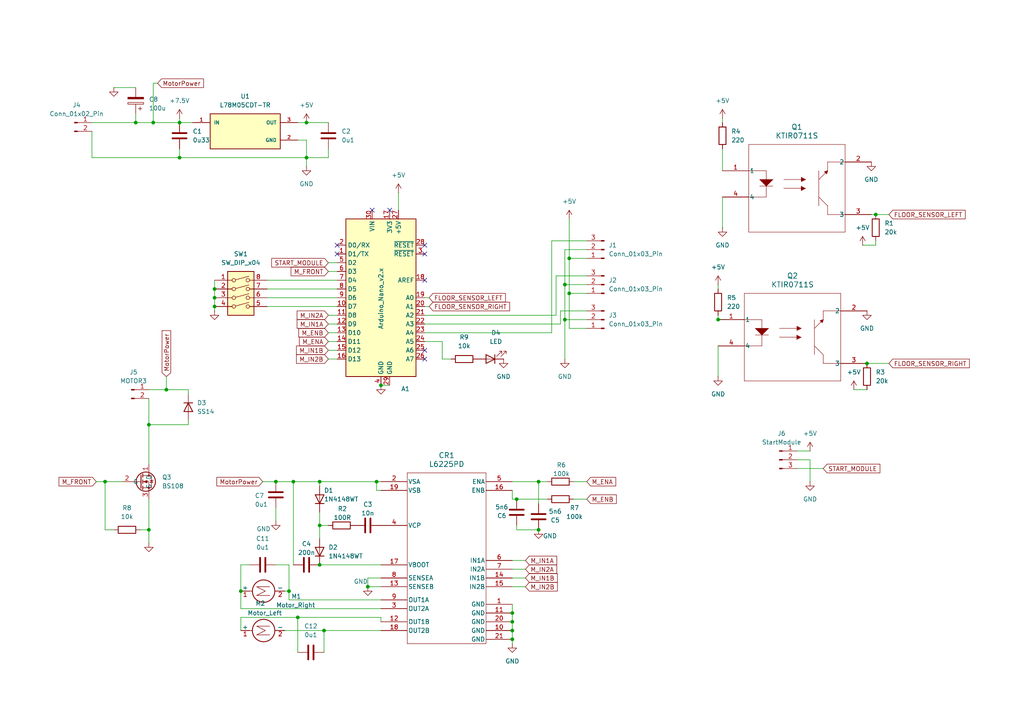
<source format=kicad_sch>
(kicad_sch (version 20231120) (generator "eeschema") (generator_version "8.0")
  (paper "A4")
  (lib_symbols
    (symbol "Connector:Conn_01x02_Pin" (pin_names (offset 1.016) hide)
      (property "Reference" "J" (at 0 2.54 0))
      (property "Value" "Conn_01x02_Pin" (at 0 -5.08 0))
      (symbol "Conn_01x02_Pin_1_1"
        (polyline (pts (xy 1.27 -2.54) (xy 0.8636 -2.54)) (stroke (width 0.1524)))
        (polyline (pts (xy 1.27 0) (xy 0.8636 0)) (stroke (width 0.1524)))
        (rectangle (start 0.8636 -2.413) (end 0 -2.667) (stroke (width 0.1524)) (fill (type outline)))
        (rectangle (start 0.8636 0.127) (end 0 -0.127) (stroke (width 0.1524)) (fill (type outline)))
        (pin passive line (at 5.08 0 180) (length 3.81) (name "Pin_1") (number "1"))
        (pin passive line (at 5.08 -2.54 180) (length 3.81) (name "Pin_2") (number "2"))
      )
    )
    (symbol "Connector:Conn_01x03_Pin" (pin_names (offset 1.016) hide)
      (property "Reference" "J" (at 0 5.08 0))
      (property "Value" "Conn_01x03_Pin" (at 0 -5.08 0))
      (symbol "Conn_01x03_Pin_1_1"
        (polyline (pts (xy 1.27 -2.54) (xy 0.8636 -2.54)) (stroke (width 0.1524)))
        (polyline (pts (xy 1.27 0) (xy 0.8636 0)) (stroke (width 0.1524)))
        (polyline (pts (xy 1.27 2.54) (xy 0.8636 2.54)) (stroke (width 0.1524)))
        (rectangle (start 0.8636 -2.413) (end 0 -2.667) (stroke (width 0.1524)) (fill (type outline)))
        (rectangle (start 0.8636 0.127) (end 0 -0.127) (stroke (width 0.1524)) (fill (type outline)))
        (rectangle (start 0.8636 2.667) (end 0 2.413) (stroke (width 0.1524)) (fill (type outline)))
        (pin passive line (at 5.08 2.54 180) (length 3.81) (name "Pin_1") (number "1"))
        (pin passive line (at 5.08 0 180) (length 3.81) (name "Pin_2") (number "2"))
        (pin passive line (at 5.08 -2.54 180) (length 3.81) (name "Pin_3") (number "3"))
      )
    )
    (symbol "Device:C" (pin_numbers hide) (pin_names (offset 0.254))
      (property "Reference" "C" (at 0.635 2.54 0))
      (property "Value" "C" (at 0.635 -2.54 0))
      (symbol "C_0_1"
        (polyline (pts (xy -2.032 -0.762) (xy 2.032 -0.762)) (stroke (width 0.508)))
        (polyline (pts (xy -2.032 0.762) (xy 2.032 0.762)) (stroke (width 0.508)))
      )
      (symbol "C_1_1"
        (pin passive line (at 0 3.81 270) (length 2.794) (name "~") (number "1"))
        (pin passive line (at 0 -3.81 90) (length 2.794) (name "~") (number "2"))
      )
    )
    (symbol "Device:C_Polarized" (pin_numbers hide) (pin_names (offset 0.254))
      (property "Reference" "C" (at 0.635 2.54 0))
      (property "Value" "C_Polarized" (at 0.635 -2.54 0))
      (symbol "C_Polarized_0_1"
        (rectangle (start -2.286 0.508) (end 2.286 1.016))
        (polyline (pts (xy -1.778 2.286) (xy -0.762 2.286)))
        (polyline (pts (xy -1.27 2.794) (xy -1.27 1.778)))
        (rectangle (start 2.286 -0.508) (end -2.286 -1.016) (fill (type outline)))
      )
      (symbol "C_Polarized_1_1"
        (pin passive line (at 0 3.81 270) (length 2.794) (name "~") (number "1"))
        (pin passive line (at 0 -3.81 90) (length 2.794) (name "~") (number "2"))
      )
    )
    (symbol "Device:D" (pin_numbers hide) (pin_names (offset 1.016) hide)
      (property "Reference" "D" (at 0 2.54 0))
      (property "Value" "D" (at 0 -2.54 0))
      (symbol "D_0_1"
        (polyline (pts (xy -1.27 1.27) (xy -1.27 -1.27)) (stroke (width 0.254)))
        (polyline (pts (xy 1.27 0) (xy -1.27 0)))
        (polyline (pts (xy 1.27 1.27) (xy 1.27 -1.27) (xy -1.27 0) (xy 1.27 1.27)) (stroke (width 0.254)))
      )
      (symbol "D_1_1"
        (pin passive line (at -3.81 0 0) (length 2.54) (name "K") (number "1"))
        (pin passive line (at 3.81 0 180) (length 2.54) (name "A") (number "2"))
      )
    )
    (symbol "Device:LED" (pin_numbers hide) (pin_names (offset 1.016) hide)
      (property "Reference" "D" (at 0 2.54 0))
      (property "Value" "LED" (at 0 -2.54 0))
      (symbol "LED_0_1"
        (polyline (pts (xy -1.27 -1.27) (xy -1.27 1.27)) (stroke (width 0.254)))
        (polyline (pts (xy -1.27 0) (xy 1.27 0)))
        (polyline (pts (xy 1.27 -1.27) (xy 1.27 1.27) (xy -1.27 0) (xy 1.27 -1.27)) (stroke (width 0.254)))
        (polyline (pts (xy -3.048 -0.762) (xy -4.572 -2.286) (xy -3.81 -2.286) (xy -4.572 -2.286) (xy -4.572 -1.524)))
        (polyline (pts (xy -1.778 -0.762) (xy -3.302 -2.286) (xy -2.54 -2.286) (xy -3.302 -2.286) (xy -3.302 -1.524)))
      )
      (symbol "LED_1_1"
        (pin passive line (at -3.81 0 0) (length 2.54) (name "K") (number "1"))
        (pin passive line (at 3.81 0 180) (length 2.54) (name "A") (number "2"))
      )
    )
    (symbol "Device:R" (pin_numbers hide) (pin_names (offset 0))
      (property "Reference" "R" (at 2.032 0 90))
      (property "Value" "R" (at 0 0 90))
      (symbol "R_0_1"
        (rectangle (start -1.016 -2.54) (end 1.016 2.54) (stroke (width 0.254)))
      )
      (symbol "R_1_1"
        (pin passive line (at 0 3.81 270) (length 1.27) (name "~") (number "1"))
        (pin passive line (at 0 -3.81 90) (length 1.27) (name "~") (number "2"))
      )
    )
    (symbol "Diode:1N4148WT" (pin_numbers hide) (pin_names hide)
      (property "Reference" "D" (at 0 2.54 0))
      (property "Value" "1N4148WT" (at 0 -2.54 0))
      (symbol "1N4148WT_0_1"
        (polyline (pts (xy -1.27 1.27) (xy -1.27 -1.27)) (stroke (width 0.254)))
        (polyline (pts (xy 1.27 0) (xy -1.27 0)))
        (polyline (pts (xy 1.27 1.27) (xy 1.27 -1.27) (xy -1.27 0) (xy 1.27 1.27)) (stroke (width 0.254)))
      )
      (symbol "1N4148WT_1_1"
        (pin passive line (at -3.81 0 0) (length 2.54) (name "K") (number "1"))
        (pin passive line (at 3.81 0 180) (length 2.54) (name "A") (number "2"))
      )
    )
    (symbol "KTIR0711S:KTIR0711S" (pin_names (offset 0.254))
      (property "Reference" "Q" (at 22.86 17.78 0))
      (property "Value" "KTIR0711S" (at 22.86 17.78 0))
      (symbol "KTIR0711S_0_1"
        (polyline (pts (xy 7.62 -17.78) (xy 35.56 -17.78)) (stroke (width 0.127)))
        (polyline (pts (xy 7.62 7.62) (xy 7.62 -17.78)) (stroke (width 0.127)))
        (polyline (pts (xy 10.795 -4.445) (xy 14.605 -4.445)) (stroke (width 0.127)))
        (polyline (pts (xy 12.7 -7.62) (xy 7.62 -7.62)) (stroke (width 0.127)))
        (polyline (pts (xy 12.7 0) (xy 7.62 0)) (stroke (width 0.127)))
        (polyline (pts (xy 12.7 0) (xy 12.7 -7.62)) (stroke (width 0.127)))
        (polyline (pts (xy 17.78 -5.08) (xy 22.86 -5.08)) (stroke (width 0.127)))
        (polyline (pts (xy 17.78 -2.54) (xy 22.86 -2.54)) (stroke (width 0.127)))
        (polyline (pts (xy 27.94 -2.54) (xy 30.48 0)) (stroke (width 0.127)))
        (polyline (pts (xy 27.94 0) (xy 27.94 -10.16)) (stroke (width 0.127)))
        (polyline (pts (xy 30.48 -10.16) (xy 27.94 -7.62)) (stroke (width 0.127)))
        (polyline (pts (xy 30.48 -10.16) (xy 30.48 -12.7)) (stroke (width 0.127)))
        (polyline (pts (xy 30.48 0) (xy 30.48 2.54)) (stroke (width 0.127)))
        (polyline (pts (xy 30.48 2.54) (xy 35.56 2.54)) (stroke (width 0.127)))
        (polyline (pts (xy 35.56 -17.78) (xy 35.56 7.62)) (stroke (width 0.127)))
        (polyline (pts (xy 35.56 -12.7) (xy 30.48 -12.7)) (stroke (width 0.127)))
        (polyline (pts (xy 35.56 7.62) (xy 7.62 7.62)) (stroke (width 0.127)))
        (polyline (pts (xy 24.1101 -5.0826) (xy 22.8401 -5.7176) (xy 22.8401 -4.4476)) (fill (type outline)))
        (polyline (pts (xy 24.1499 -2.4986) (xy 22.8799 -3.1336) (xy 22.8799 -1.8636)) (fill (type outline)))
        (polyline (pts (xy 14.605 -2.54) (xy 10.795 -2.54) (xy 12.7 -4.445) (xy 14.605 -2.54)) (fill (type outline)))
        (polyline (pts (xy 30.4417 -0.0073) (xy 29.575 -0.2831) (xy 30.214 -0.8947) (xy 30.5314 0)) (fill (type outline)))
        (pin unspecified line (at 0 0 0) (length 7.62) (name "1") (number "1"))
        (pin unspecified line (at 43.18 2.54 180) (length 7.62) (name "2") (number "2"))
        (pin unspecified line (at 43.18 -12.7 180) (length 7.62) (name "3") (number "3"))
        (pin unspecified line (at 0 -7.62 0) (length 7.62) (name "4") (number "4"))
      )
    )
    (symbol "L6225D:L6225D" (pin_names (offset 0.254))
      (property "Reference" "CR1" (at 19.05 10.16 0))
      (property "Value" "L6225PD" (at 19.05 7.62 0))
      (symbol "L6225D_0_1"
        (polyline (pts (xy 7.62 -44.45) (xy 30.48 -44.45)) (stroke (width 0.127)))
        (polyline (pts (xy 7.62 5.08) (xy 7.62 -44.45)) (stroke (width 0.127)))
        (polyline (pts (xy 30.48 -44.45) (xy 30.48 5.08)) (stroke (width 0.127)))
        (polyline (pts (xy 30.48 5.08) (xy 7.62 5.08)) (stroke (width 0.127)))
        (pin power_out line (at 38.1 -40.64 180) (length 7.62) (name "GND") (number "10"))
        (pin power_out line (at 38.1 -35.56 180) (length 7.62) (name "GND") (number "11"))
        (pin input line (at 0 2.54 0) (length 7.62) (name "VSA") (number "2"))
        (pin power_out line (at 38.1 -38.1 180) (length 7.62) (name "GND") (number "20"))
        (pin power_in line (at 0 -34.29 0) (length 7.62) (name "OUT2A") (number "3"))
      )
      (symbol "L6225D_1_1"
        (pin power_out line (at 38.1 -33.02 180) (length 7.62) (name "GND") (number "1"))
        (pin power_in line (at 0 -38.1 0) (length 7.62) (name "OUT1B") (number "12"))
        (pin output line (at 0 -27.94 0) (length 7.62) (name "SENSEB") (number "13"))
        (pin power_in line (at 38.1 -25.4 180) (length 7.62) (name "IN1B") (number "14"))
        (pin power_out line (at 38.1 -27.94 180) (length 7.62) (name "IN2B") (number "15"))
        (pin power_out line (at 38.1 0 180) (length 7.62) (name "ENB") (number "16"))
        (pin power_in line (at 0 -21.59 0) (length 7.62) (name "VBOOT") (number "17"))
        (pin output line (at 0 -40.64 0) (length 7.62) (name "OUT2B") (number "18"))
        (pin power_in line (at 0 0 0) (length 7.62) (name "VSB") (number "19"))
        (pin power_out line (at 38.1 -43.18 180) (length 7.62) (name "GND") (number "21"))
        (pin output line (at 0 -10.16 0) (length 7.62) (name "VCP") (number "4"))
        (pin power_out line (at 38.1 2.54 180) (length 7.62) (name "ENA") (number "5"))
        (pin input line (at 38.1 -20.32 180) (length 7.62) (name "IN1A") (number "6"))
        (pin input line (at 38.1 -22.86 180) (length 7.62) (name "IN2A") (number "7"))
        (pin output line (at 0 -25.4 0) (length 7.62) (name "SENSEA") (number "8"))
        (pin output line (at 0 -31.75 0) (length 7.62) (name "OUT1A") (number "9"))
      )
    )
    (symbol "L78M05CDT-TR:L78M05CDT-TR" (pin_names (offset 1.016))
      (property "Reference" "U" (at -10.16 6.35 0))
      (property "Value" "L78M05CDT-TR" (at -10.16 -6.35 0))
      (symbol "L78M05CDT-TR_0_0"
        (rectangle (start -10.16 -5.08) (end 10.16 5.08) (stroke (width 0.254)) (fill (type background)))
        (pin input line (at -15.24 2.54 0) (length 5.08) (name "IN") (number "1"))
        (pin power_in line (at 15.24 -2.54 180) (length 5.08) (name "GND") (number "2"))
        (pin output line (at 15.24 2.54 180) (length 5.08) (name "OUT") (number "3"))
      )
    )
    (symbol "MCU_Module:Arduino_Nano_v2.x"
      (property "Reference" "A" (at -10.16 23.495 0))
      (property "Value" "Arduino_Nano_v2.x" (at 5.08 -24.13 0))
      (symbol "Arduino_Nano_v2.x_0_1"
        (rectangle (start -10.16 22.86) (end 10.16 -22.86) (stroke (width 0.254)) (fill (type background)))
      )
      (symbol "Arduino_Nano_v2.x_1_1"
        (pin bidirectional line (at -12.7 12.7 0) (length 2.54) (name "D1/TX") (number "1"))
        (pin bidirectional line (at -12.7 -2.54 0) (length 2.54) (name "D7") (number "10"))
        (pin bidirectional line (at -12.7 -5.08 0) (length 2.54) (name "D8") (number "11"))
        (pin bidirectional line (at -12.7 -7.62 0) (length 2.54) (name "D9") (number "12"))
        (pin bidirectional line (at -12.7 -10.16 0) (length 2.54) (name "D10") (number "13"))
        (pin bidirectional line (at -12.7 -12.7 0) (length 2.54) (name "D11") (number "14"))
        (pin bidirectional line (at -12.7 -15.24 0) (length 2.54) (name "D12") (number "15"))
        (pin bidirectional line (at -12.7 -17.78 0) (length 2.54) (name "D13") (number "16"))
        (pin power_out line (at 2.54 25.4 270) (length 2.54) (name "3V3") (number "17"))
        (pin input line (at 12.7 5.08 180) (length 2.54) (name "AREF") (number "18"))
        (pin bidirectional line (at 12.7 0 180) (length 2.54) (name "A0") (number "19"))
        (pin bidirectional line (at -12.7 15.24 0) (length 2.54) (name "D0/RX") (number "2"))
        (pin bidirectional line (at 12.7 -2.54 180) (length 2.54) (name "A1") (number "20"))
        (pin bidirectional line (at 12.7 -5.08 180) (length 2.54) (name "A2") (number "21"))
        (pin bidirectional line (at 12.7 -7.62 180) (length 2.54) (name "A3") (number "22"))
        (pin bidirectional line (at 12.7 -10.16 180) (length 2.54) (name "A4") (number "23"))
        (pin bidirectional line (at 12.7 -12.7 180) (length 2.54) (name "A5") (number "24"))
        (pin bidirectional line (at 12.7 -15.24 180) (length 2.54) (name "A6") (number "25"))
        (pin bidirectional line (at 12.7 -17.78 180) (length 2.54) (name "A7") (number "26"))
        (pin power_out line (at 5.08 25.4 270) (length 2.54) (name "+5V") (number "27"))
        (pin input line (at 12.7 15.24 180) (length 2.54) (name "~{RESET}") (number "28"))
        (pin power_in line (at 2.54 -25.4 90) (length 2.54) (name "GND") (number "29"))
        (pin input line (at 12.7 12.7 180) (length 2.54) (name "~{RESET}") (number "3"))
        (pin power_in line (at -2.54 25.4 270) (length 2.54) (name "VIN") (number "30"))
        (pin power_in line (at 0 -25.4 90) (length 2.54) (name "GND") (number "4"))
        (pin bidirectional line (at -12.7 10.16 0) (length 2.54) (name "D2") (number "5"))
        (pin bidirectional line (at -12.7 7.62 0) (length 2.54) (name "D3") (number "6"))
        (pin bidirectional line (at -12.7 5.08 0) (length 2.54) (name "D4") (number "7"))
        (pin bidirectional line (at -12.7 2.54 0) (length 2.54) (name "D5") (number "8"))
        (pin bidirectional line (at -12.7 0 0) (length 2.54) (name "D6") (number "9"))
      )
    )
    (symbol "Motor:Motor_DC" (pin_names (offset 0))
      (property "Reference" "M" (at 2.54 2.54 0))
      (property "Value" "Motor_DC" (at 2.54 -5.08 0))
      (symbol "Motor_DC_0_0"
        (polyline (pts (xy -1.27 -3.302) (xy -1.27 0.508) (xy 0 -2.032) (xy 1.27 0.508) (xy 1.27 -3.302)))
      )
      (symbol "Motor_DC_0_1"
        (circle (center 0 -1.524) (radius 3.2512) (stroke (width 0.254)))
        (polyline (pts (xy 0 -7.62) (xy 0 -7.112)))
        (polyline (pts (xy 0 -4.7752) (xy 0 -5.1816)))
        (polyline (pts (xy 0 1.7272) (xy 0 2.0828)))
        (polyline (pts (xy 0 2.032) (xy 0 2.54)))
      )
      (symbol "Motor_DC_1_1"
        (pin passive line (at 0 5.08 270) (length 2.54) (name "+") (number "1"))
        (pin passive line (at 0 -7.62 90) (length 2.54) (name "-") (number "2"))
      )
    )
    (symbol "Switch:SW_DIP_x04" (pin_names (offset 0) hide)
      (property "Reference" "SW" (at 0 8.89 0))
      (property "Value" "SW_DIP_x04" (at 0 -6.35 0))
      (symbol "SW_DIP_x04_0_0"
        (circle (center -2.032 -2.54) (radius 0.508))
        (circle (center -2.032 0) (radius 0.508))
        (circle (center -2.032 2.54) (radius 0.508))
        (circle (center -2.032 5.08) (radius 0.508))
        (polyline (pts (xy -1.524 -2.3876) (xy 2.3622 -1.3462)))
        (polyline (pts (xy -1.524 0.127) (xy 2.3622 1.1684)))
        (polyline (pts (xy -1.524 2.667) (xy 2.3622 3.7084)))
        (polyline (pts (xy -1.524 5.207) (xy 2.3622 6.2484)))
        (circle (center 2.032 -2.54) (radius 0.508))
        (circle (center 2.032 0) (radius 0.508))
        (circle (center 2.032 2.54) (radius 0.508))
        (circle (center 2.032 5.08) (radius 0.508))
      )
      (symbol "SW_DIP_x04_0_1"
        (rectangle (start -3.81 7.62) (end 3.81 -5.08) (stroke (width 0.254)) (fill (type background)))
      )
      (symbol "SW_DIP_x04_1_1"
        (pin passive line (at -7.62 5.08 0) (length 5.08) (name "~") (number "1"))
        (pin passive line (at -7.62 2.54 0) (length 5.08) (name "~") (number "2"))
        (pin passive line (at -7.62 0 0) (length 5.08) (name "~") (number "3"))
        (pin passive line (at -7.62 -2.54 0) (length 5.08) (name "~") (number "4"))
        (pin passive line (at 7.62 -2.54 180) (length 5.08) (name "~") (number "5"))
        (pin passive line (at 7.62 0 180) (length 5.08) (name "~") (number "6"))
        (pin passive line (at 7.62 2.54 180) (length 5.08) (name "~") (number "7"))
        (pin passive line (at 7.62 5.08 180) (length 5.08) (name "~") (number "8"))
      )
    )
    (symbol "Transistor_FET:BS108"
      (property "Reference" "Q" (at 5.08 1.905 0))
      (property "Value" "BS108" (at 5.08 0 0))
      (symbol "BS108_0_1"
        (polyline (pts (xy 0.254 0) (xy -2.54 0)))
        (polyline (pts (xy 0.254 1.905) (xy 0.254 -1.905)) (stroke (width 0.254)))
        (polyline (pts (xy 0.762 -1.27) (xy 0.762 -2.286)) (stroke (width 0.254)))
        (polyline (pts (xy 0.762 0.508) (xy 0.762 -0.508)) (stroke (width 0.254)))
        (polyline (pts (xy 0.762 2.286) (xy 0.762 1.27)) (stroke (width 0.254)))
        (polyline (pts (xy 2.54 2.54) (xy 2.54 1.778)))
        (polyline (pts (xy 2.54 -2.54) (xy 2.54 0) (xy 0.762 0)))
        (polyline (pts (xy 0.762 -1.778) (xy 3.302 -1.778) (xy 3.302 1.778) (xy 0.762 1.778)))
        (polyline (pts (xy 1.016 0) (xy 2.032 0.381) (xy 2.032 -0.381) (xy 1.016 0)) (fill (type outline)))
        (polyline (pts (xy 2.794 0.508) (xy 2.921 0.381) (xy 3.683 0.381) (xy 3.81 0.254)))
        (polyline (pts (xy 3.302 0.381) (xy 2.921 -0.254) (xy 3.683 -0.254) (xy 3.302 0.381)))
        (circle (center 1.651 0) (radius 2.794) (stroke (width 0.254)))
        (circle (center 2.54 -1.778) (radius 0.254) (fill (type outline)))
        (circle (center 2.54 1.778) (radius 0.254) (fill (type outline)))
      )
      (symbol "BS108_1_1"
        (pin passive line (at 2.54 5.08 270) (length 2.54) (name "D") (number "1"))
        (pin input line (at -5.08 0 0) (length 2.54) (name "G") (number "2"))
        (pin passive line (at 2.54 -5.08 90) (length 2.54) (name "S") (number "3"))
      )
    )
    (symbol "power:+5V" (power) (pin_numbers hide) (pin_names (offset 0) hide)
      (property "Value" "+5V" (at 0 3.556 0))
      (symbol "+5V_0_1"
        (polyline (pts (xy -0.762 1.27) (xy 0 2.54)))
        (polyline (pts (xy 0 0) (xy 0 2.54)))
        (polyline (pts (xy 0 2.54) (xy 0.762 1.27)))
      )
      (symbol "+5V_1_1"
        (pin power_in line (at 0 0 90) (length 0) (name "~") (number "1"))
      )
    )
    (symbol "power:+7.5V" (power) (pin_numbers hide) (pin_names (offset 0) hide)
      (property "Value" "+7.5V" (at 0 3.556 0))
      (symbol "+7.5V_0_1"
        (polyline (pts (xy -0.762 1.27) (xy 0 2.54)))
        (polyline (pts (xy 0 0) (xy 0 2.54)))
        (polyline (pts (xy 0 2.54) (xy 0.762 1.27)))
      )
      (symbol "+7.5V_1_1"
        (pin power_in line (at 0 0 90) (length 0) (name "~") (number "1"))
      )
    )
    (symbol "power:GND" (power) (pin_numbers hide) (pin_names (offset 0) hide)
      (property "Value" "GND" (at 0 -3.81 0))
      (symbol "GND_0_1"
        (polyline (pts (xy 0 0) (xy 0 -1.27) (xy 1.27 -1.27) (xy 0 -2.54) (xy -1.27 -1.27) (xy 0 -1.27)))
      )
      (symbol "GND_1_1"
        (pin power_in line (at 0 0 270) (length 0) (name "~") (number "1"))
      )
    )
  )
  (junction (at 156.21 153.67))
  (junction (at 62.23 88.9))
  (junction (at 148.59 180.34))
  (junction (at 48.26 113.03))
  (junction (at 163.83 92.71))
  (junction (at 39.37 35.56))
  (junction (at 92.71 139.7))
  (junction (at 30.48 139.7))
  (junction (at 43.18 153.67))
  (junction (at 88.9 35.56))
  (junction (at 69.85 171.45))
  (junction (at 106.68 170.18))
  (junction (at 92.71 163.83))
  (junction (at 62.23 86.36))
  (junction (at 148.59 185.42))
  (junction (at 86.36 179.07))
  (junction (at 163.83 82.55))
  (junction (at 85.09 139.7))
  (junction (at 110.49 111.76))
  (junction (at 83.82 171.45))
  (junction (at 52.07 35.56))
  (junction (at 156.21 139.7))
  (junction (at 149.86 144.78))
  (junction (at 148.59 177.8))
  (junction (at 62.23 83.82))
  (junction (at 52.07 45.72))
  (junction (at 43.18 123.19))
  (junction (at 165.1 85.09))
  (junction (at 251.46 105.41))
  (junction (at 44.45 35.56))
  (junction (at 165.1 74.93))
  (junction (at 92.71 152.4))
  (junction (at 93.98 182.88))
  (junction (at 80.01 139.7))
  (junction (at 148.59 182.88))
  (junction (at 88.9 45.72))
  (junction (at 109.22 139.7))
  (junction (at 254 62.23))
  (junction (at 208.28 92.71))
  (no_connect (at 123.19 81.28))
  (no_connect (at 123.19 104.14))
  (no_connect (at 107.95 60.96))
  (no_connect (at 123.19 73.66))
  (no_connect (at 113.03 60.96))
  (no_connect (at 123.19 71.12))
  (no_connect (at 97.79 71.12))
  (no_connect (at 97.79 73.66))
  (no_connect (at 123.19 101.6))
  (wire (pts (xy 251.46 105.41) (xy 257.81 105.41)))
  (wire (pts (xy 26.67 38.1) (xy 26.67 45.72)))
  (wire (pts (xy 77.47 83.82) (xy 97.79 83.82)))
  (wire (pts (xy 43.18 144.78) (xy 43.18 153.67)))
  (wire (pts (xy 163.83 92.71) (xy 163.83 104.14)))
  (wire (pts (xy 128.27 104.14) (xy 130.81 104.14)))
  (wire (pts (xy 80.01 163.83) (xy 83.82 163.83)))
  (wire (pts (xy 54.61 113.03) (xy 48.26 113.03)))
  (wire (pts (xy 92.71 152.4) (xy 92.71 156.21)))
  (wire (pts (xy 160.02 69.85) (xy 160.02 96.52)))
  (wire (pts (xy 123.19 99.06) (xy 128.27 99.06)))
  (wire (pts (xy 156.21 139.7) (xy 156.21 146.05)))
  (wire (pts (xy 48.26 109.22) (xy 48.26 113.03)))
  (wire (pts (xy 166.37 144.78) (xy 170.18 144.78)))
  (wire (pts (xy 234.95 130.81) (xy 231.14 130.81)))
  (wire (pts (xy 77.47 88.9) (xy 97.79 88.9)))
  (wire (pts (xy 170.18 74.93) (xy 165.1 74.93)))
  (wire (pts (xy 92.71 148.59) (xy 92.71 152.4)))
  (wire (pts (xy 165.1 85.09) (xy 170.18 85.09)))
  (wire (pts (xy 85.09 139.7) (xy 85.09 163.83)))
  (wire (pts (xy 148.59 144.78) (xy 149.86 144.78)))
  (wire (pts (xy 109.22 142.24) (xy 109.22 139.7)))
  (wire (pts (xy 52.07 45.72) (xy 88.9 45.72)))
  (wire (pts (xy 110.49 139.7) (xy 109.22 139.7)))
  (wire (pts (xy 48.26 113.03) (xy 43.18 113.03)))
  (wire (pts (xy 170.18 95.25) (xy 165.1 95.25)))
  (wire (pts (xy 148.59 182.88) (xy 148.59 185.42)))
  (wire (pts (xy 95.25 99.06) (xy 97.79 99.06)))
  (wire (pts (xy 148.59 165.1) (xy 152.4 165.1)))
  (wire (pts (xy 170.18 90.17) (xy 162.56 90.17)))
  (wire (pts (xy 69.85 179.07) (xy 86.36 179.07)))
  (wire (pts (xy 83.82 173.99) (xy 110.49 173.99)))
  (wire (pts (xy 39.37 35.56) (xy 44.45 35.56)))
  (wire (pts (xy 254 71.12) (xy 250.19 71.12)))
  (wire (pts (xy 27.94 139.7) (xy 30.48 139.7)))
  (wire (pts (xy 165.1 85.09) (xy 165.1 74.93)))
  (wire (pts (xy 44.45 24.13) (xy 44.45 35.56)))
  (wire (pts (xy 44.45 35.56) (xy 52.07 35.56)))
  (wire (pts (xy 247.65 113.03) (xy 251.46 113.03)))
  (wire (pts (xy 209.55 35.56) (xy 209.55 34.29)))
  (wire (pts (xy 69.85 171.45) (xy 69.85 176.53)))
  (wire (pts (xy 231.14 133.35) (xy 234.95 133.35)))
  (wire (pts (xy 82.55 171.45) (xy 83.82 171.45)))
  (wire (pts (xy 161.29 80.01) (xy 161.29 91.44)))
  (wire (pts (xy 80.01 139.7) (xy 76.2 139.7)))
  (wire (pts (xy 93.98 182.88) (xy 110.49 182.88)))
  (wire (pts (xy 69.85 163.83) (xy 69.85 171.45)))
  (wire (pts (xy 30.48 139.7) (xy 30.48 153.67)))
  (wire (pts (xy 163.83 72.39) (xy 170.18 72.39)))
  (wire (pts (xy 95.25 152.4) (xy 92.71 152.4)))
  (wire (pts (xy 163.83 92.71) (xy 170.18 92.71)))
  (wire (pts (xy 69.85 176.53) (xy 110.49 176.53)))
  (wire (pts (xy 93.98 182.88) (xy 93.98 189.23)))
  (wire (pts (xy 149.86 152.4) (xy 149.86 153.67)))
  (wire (pts (xy 209.55 43.18) (xy 209.55 49.53)))
  (wire (pts (xy 95.25 104.14) (xy 97.79 104.14)))
  (wire (pts (xy 162.56 90.17) (xy 162.56 93.98)))
  (wire (pts (xy 88.9 40.64) (xy 86.36 40.64)))
  (wire (pts (xy 88.9 45.72) (xy 95.25 45.72)))
  (wire (pts (xy 43.18 123.19) (xy 54.61 123.19)))
  (wire (pts (xy 43.18 115.57) (xy 43.18 123.19)))
  (wire (pts (xy 88.9 35.56) (xy 95.25 35.56)))
  (wire (pts (xy 106.68 170.18) (xy 110.49 170.18)))
  (wire (pts (xy 209.55 57.15) (xy 209.55 66.04)))
  (wire (pts (xy 77.47 81.28) (xy 97.79 81.28)))
  (wire (pts (xy 208.28 92.71) (xy 210.82 92.71)))
  (wire (pts (xy 85.09 139.7) (xy 80.01 139.7)))
  (wire (pts (xy 148.59 170.18) (xy 152.4 170.18)))
  (wire (pts (xy 62.23 86.36) (xy 62.23 88.9)))
  (wire (pts (xy 208.28 109.22) (xy 208.28 100.33)))
  (wire (pts (xy 82.55 182.88) (xy 93.98 182.88)))
  (wire (pts (xy 149.86 144.78) (xy 158.75 144.78)))
  (wire (pts (xy 80.01 151.13) (xy 80.01 147.32)))
  (wire (pts (xy 110.49 142.24) (xy 109.22 142.24)))
  (wire (pts (xy 43.18 153.67) (xy 43.18 157.48)))
  (wire (pts (xy 234.95 139.7) (xy 234.95 133.35)))
  (wire (pts (xy 124.46 88.9) (xy 123.19 88.9)))
  (wire (pts (xy 83.82 163.83) (xy 83.82 171.45)))
  (wire (pts (xy 88.9 48.26) (xy 88.9 45.72)))
  (wire (pts (xy 86.36 179.07) (xy 110.49 179.07)))
  (wire (pts (xy 92.71 139.7) (xy 85.09 139.7)))
  (wire (pts (xy 45.72 24.13) (xy 44.45 24.13)))
  (wire (pts (xy 110.49 179.07) (xy 110.49 180.34)))
  (wire (pts (xy 95.25 45.72) (xy 95.25 43.18)))
  (wire (pts (xy 83.82 173.99) (xy 83.82 171.45)))
  (wire (pts (xy 86.36 179.07) (xy 86.36 189.23)))
  (wire (pts (xy 62.23 81.28) (xy 62.23 83.82)))
  (wire (pts (xy 124.46 86.36) (xy 123.19 86.36)))
  (wire (pts (xy 52.07 35.56) (xy 55.88 35.56)))
  (wire (pts (xy 26.67 35.56) (xy 39.37 35.56)))
  (wire (pts (xy 109.22 139.7) (xy 92.71 139.7)))
  (wire (pts (xy 88.9 35.56) (xy 86.36 35.56)))
  (wire (pts (xy 95.25 101.6) (xy 97.79 101.6)))
  (wire (pts (xy 52.07 43.18) (xy 52.07 45.72)))
  (wire (pts (xy 148.59 175.26) (xy 148.59 177.8)))
  (wire (pts (xy 39.37 33.02) (xy 39.37 35.56)))
  (wire (pts (xy 128.27 99.06) (xy 128.27 104.14)))
  (wire (pts (xy 30.48 153.67) (xy 33.02 153.67)))
  (wire (pts (xy 110.49 167.64) (xy 106.68 167.64)))
  (wire (pts (xy 92.71 140.97) (xy 92.71 139.7)))
  (wire (pts (xy 149.86 153.67) (xy 156.21 153.67)))
  (wire (pts (xy 95.25 93.98) (xy 97.79 93.98)))
  (wire (pts (xy 170.18 80.01) (xy 161.29 80.01)))
  (wire (pts (xy 62.23 88.9) (xy 62.23 90.17)))
  (wire (pts (xy 156.21 139.7) (xy 158.75 139.7)))
  (wire (pts (xy 77.47 86.36) (xy 97.79 86.36)))
  (wire (pts (xy 148.59 167.64) (xy 152.4 167.64)))
  (wire (pts (xy 92.71 163.83) (xy 110.49 163.83)))
  (wire (pts (xy 62.23 83.82) (xy 62.23 86.36)))
  (wire (pts (xy 95.25 91.44) (xy 97.79 91.44)))
  (wire (pts (xy 115.57 55.88) (xy 115.57 60.96)))
  (wire (pts (xy 110.49 111.76) (xy 113.03 111.76)))
  (wire (pts (xy 123.19 93.98) (xy 162.56 93.98)))
  (wire (pts (xy 52.07 34.29) (xy 52.07 35.56)))
  (wire (pts (xy 252.73 62.23) (xy 254 62.23)))
  (wire (pts (xy 208.28 91.44) (xy 208.28 92.71)))
  (wire (pts (xy 95.25 76.2) (xy 97.79 76.2)))
  (wire (pts (xy 106.68 167.64) (xy 106.68 170.18)))
  (wire (pts (xy 33.02 25.4) (xy 39.37 25.4)))
  (wire (pts (xy 170.18 69.85) (xy 160.02 69.85)))
  (wire (pts (xy 148.59 180.34) (xy 148.59 182.88)))
  (wire (pts (xy 72.39 163.83) (xy 69.85 163.83)))
  (wire (pts (xy 148.59 142.24) (xy 148.59 144.78)))
  (wire (pts (xy 170.18 139.7) (xy 166.37 139.7)))
  (wire (pts (xy 163.83 82.55) (xy 163.83 92.71)))
  (wire (pts (xy 148.59 177.8) (xy 148.59 180.34)))
  (wire (pts (xy 88.9 40.64) (xy 88.9 45.72)))
  (wire (pts (xy 148.59 186.69) (xy 148.59 185.42)))
  (wire (pts (xy 208.28 82.55) (xy 208.28 83.82)))
  (wire (pts (xy 254 62.23) (xy 257.81 62.23)))
  (wire (pts (xy 30.48 139.7) (xy 35.56 139.7)))
  (wire (pts (xy 40.64 153.67) (xy 43.18 153.67)))
  (wire (pts (xy 163.83 82.55) (xy 170.18 82.55)))
  (wire (pts (xy 54.61 123.19) (xy 54.61 121.92)))
  (wire (pts (xy 148.59 139.7) (xy 156.21 139.7)))
  (wire (pts (xy 69.85 179.07) (xy 69.85 182.88)))
  (wire (pts (xy 148.59 162.56) (xy 152.4 162.56)))
  (wire (pts (xy 43.18 123.19) (xy 43.18 134.62)))
  (wire (pts (xy 254 69.85) (xy 254 71.12)))
  (wire (pts (xy 95.25 78.74) (xy 97.79 78.74)))
  (wire (pts (xy 26.67 45.72) (xy 52.07 45.72)))
  (wire (pts (xy 163.83 72.39) (xy 163.83 82.55)))
  (wire (pts (xy 165.1 74.93) (xy 165.1 63.5)))
  (wire (pts (xy 165.1 95.25) (xy 165.1 85.09)))
  (wire (pts (xy 231.14 135.89) (xy 238.76 135.89)))
  (wire (pts (xy 161.29 91.44) (xy 123.19 91.44)))
  (wire (pts (xy 160.02 96.52) (xy 123.19 96.52)))
  (wire (pts (xy 95.25 96.52) (xy 97.79 96.52)))
  (wire (pts (xy 54.61 113.03) (xy 54.61 114.3)))
  (global_label "MotorPower" (shape input) (at 76.2 139.7 180) (property "Intersheetrefs" "${INTERSHEET_REFS}" (effects (hide yes))))
  (global_label "M_IN2B" (shape input) (at 152.4 170.18 0) (property "Intersheetrefs" "${INTERSHEET_REFS}" (effects (hide yes))))
  (global_label "FLOOR_SENSOR_LEFT" (shape input) (at 257.81 62.23 0) (property "Intersheetrefs" "${INTERSHEET_REFS}" (effects (hide yes))))
  (global_label "MotorPower" (shape input) (at 45.72 24.13 0) (property "Intersheetrefs" "${INTERSHEET_REFS}" (effects (hide yes))))
  (global_label "M_IN1A" (shape input) (at 152.4 162.56 0) (property "Intersheetrefs" "${INTERSHEET_REFS}" (effects (hide yes))))
  (global_label "FLOOR_SENSOR_RIGHT" (shape input) (at 257.81 105.41 0) (property "Intersheetrefs" "${INTERSHEET_REFS}" (effects (hide yes))))
  (global_label "M_IN2A" (shape input) (at 152.4 165.1 0) (property "Intersheetrefs" "${INTERSHEET_REFS}" (effects (hide yes))))
  (global_label "START_MODULE" (shape input) (at 238.76 135.89 0) (property "Intersheetrefs" "${INTERSHEET_REFS}" (effects (hide yes))))
  (global_label "FLOOR_SENSOR_RIGHT" (shape input) (at 124.46 88.9 0) (property "Intersheetrefs" "${INTERSHEET_REFS}" (effects (hide yes))))
  (global_label "M_FRONT" (shape input) (at 27.94 139.7 180) (property "Intersheetrefs" "${INTERSHEET_REFS}" (effects (hide yes))))
  (global_label "MotorPower" (shape input) (at 48.26 109.22 90) (property "Intersheetrefs" "${INTERSHEET_REFS}" (effects (hide yes))))
  (global_label "M_IN1A" (shape input) (at 95.25 93.98 180) (property "Intersheetrefs" "${INTERSHEET_REFS}" (effects (hide yes))))
  (global_label "M_FRONT" (shape input) (at 95.25 78.74 180) (property "Intersheetrefs" "${INTERSHEET_REFS}" (effects (hide yes))))
  (global_label "M_ENA" (shape input) (at 95.25 99.06 180) (property "Intersheetrefs" "${INTERSHEET_REFS}" (effects (hide yes))))
  (global_label "M_IN2B" (shape input) (at 95.25 104.14 180) (property "Intersheetrefs" "${INTERSHEET_REFS}" (effects (hide yes))))
  (global_label "M_ENA" (shape input) (at 170.18 139.7 0) (property "Intersheetrefs" "${INTERSHEET_REFS}" (effects (hide yes))))
  (global_label "M_ENB" (shape input) (at 95.25 96.52 180) (property "Intersheetrefs" "${INTERSHEET_REFS}" (effects (hide yes))))
  (global_label "START_MODULE" (shape input) (at 95.25 76.2 180) (property "Intersheetrefs" "${INTERSHEET_REFS}" (effects (hide yes))))
  (global_label "M_IN1B" (shape input) (at 95.25 101.6 180) (property "Intersheetrefs" "${INTERSHEET_REFS}" (effects (hide yes))))
  (global_label "M_ENB" (shape input) (at 170.18 144.78 0) (property "Intersheetrefs" "${INTERSHEET_REFS}" (effects (hide yes))))
  (global_label "M_IN1B" (shape input) (at 152.4 167.64 0) (property "Intersheetrefs" "${INTERSHEET_REFS}" (effects (hide yes))))
  (global_label "M_IN2A" (shape input) (at 95.25 91.44 180) (property "Intersheetrefs" "${INTERSHEET_REFS}" (effects (hide yes))))
  (global_label "FLOOR_SENSOR_LEFT" (shape input) (at 124.46 86.36 0) (property "Intersheetrefs" "${INTERSHEET_REFS}" (effects (hide yes))))
  (symbol (lib_id "power:GND") (at 148.59 186.69 0) (unit 1)
    (property "Reference" "#PWR016" (effects (hide yes)))
    (property "Value" "GND" (at 148.59 191.77 0))
    (property "Description" "Power symbol creates a global label with name \"GND\" , ground" (effects (hide yes)))
  )
  (symbol (lib_id "power:GND") (at 146.05 104.14 0) (unit 1)
    (property "Reference" "#PWR021" (effects (hide yes)))
    (property "Value" "GND" (at 146.05 109.22 0))
    (property "Description" "Power symbol creates a global label with name \"GND\" , ground" (effects (hide yes)))
  )
  (symbol (lib_id "Device:C") (at 80.01 143.51 0) (unit 1)
    (property "Reference" "C7" (at 73.914 143.764 0) (effects (justify left)))
    (property "Value" "0u1" (at 73.914 146.304 0) (effects (justify left)))
    (property "Footprint" "Capacitor_SMD:C_0805_2012Metric_Pad1.18x1.45mm_HandSolder" (effects (hide yes)))
    (property "Description" "Unpolarized capacitor" (effects (hide yes)))
  )
  (symbol (lib_id "power:+5V") (at 165.1 63.5 0) (unit 1)
    (property "Reference" "#PWR02" (effects (hide yes)))
    (property "Value" "+5V" (at 165.1 58.42 0))
    (property "Description" "Power symbol creates a global label with name \"+5V\"" (effects (hide yes)))
  )
  (symbol (lib_id "Device:R") (at 134.62 104.14 90) (unit 1)
    (property "Reference" "R9" (at 134.62 97.79 90))
    (property "Value" "10k" (at 134.62 100.33 90))
    (property "Footprint" "Resistor_SMD:R_0805_2012Metric_Pad1.20x1.40mm_HandSolder" (effects (hide yes)))
    (property "Description" "Resistor" (effects (hide yes)))
  )
  (symbol (lib_id "Device:R") (at 209.55 39.37 180) (unit 1)
    (property "Reference" "R4" (at 212.09 38.0999 0) (effects (justify right)))
    (property "Value" "220" (at 212.09 40.6399 0) (effects (justify right)))
    (property "Footprint" "Resistor_SMD:R_0805_2012Metric_Pad1.20x1.40mm_HandSolder" (effects (hide yes)))
    (property "Description" "Resistor" (effects (hide yes)))
  )
  (symbol (lib_id "Device:C") (at 88.9 163.83 90) (unit 1)
    (property "Reference" "C4" (at 88.9 157.734 90))
    (property "Value" "200n" (at 88.9 160.274 90))
    (property "Footprint" "Capacitor_SMD:C_0805_2012Metric_Pad1.18x1.45mm_HandSolder" (effects (hide yes)))
    (property "Description" "Unpolarized capacitor" (effects (hide yes)))
  )
  (symbol (lib_id "KTIR0711S:KTIR0711S") (at 209.55 49.53 0) (unit 1)
    (property "Reference" "Q1" (at 231.14 36.83 0) (effects (font (size 1.524 1.524))))
    (property "Value" "KTIR0711S" (at 231.14 39.37 0) (effects (font (size 1.524 1.524))))
    (property "Footprint" "CalkaBot3k0:KTIR0711S" (effects (hide yes)))
    (property "Datasheet" "KTIR0711S" (effects (hide yes)))
  )
  (symbol (lib_id "Device:C") (at 90.17 189.23 270) (unit 1)
    (property "Reference" "C12" (at 90.17 181.61 90))
    (property "Value" "0u1" (at 90.17 184.15 90))
    (property "Footprint" "Capacitor_SMD:C_0805_2012Metric_Pad1.18x1.45mm_HandSolder" (effects (hide yes)))
    (property "Description" "Unpolarized capacitor" (effects (hide yes)))
  )
  (symbol (lib_id "power:GND") (at 208.28 109.22 0) (unit 1)
    (property "Reference" "#PWR07" (effects (hide yes)))
    (property "Value" "GND" (at 208.28 114.3 0))
    (property "Description" "Power symbol creates a global label with name \"GND\" , ground" (effects (hide yes)))
  )
  (symbol (lib_id "power:+5V") (at 115.57 55.88 0) (unit 1)
    (property "Reference" "#PWR01" (effects (hide yes)))
    (property "Value" "+5V" (at 115.57 50.8 0))
    (property "Description" "Power symbol creates a global label with name \"+5V\"" (effects (hide yes)))
  )
  (symbol (lib_id "Connector:Conn_01x03_Pin") (at 175.26 72.39 180) (unit 1)
    (property "Reference" "J1" (at 176.53 71.1199 0) (effects (justify right)))
    (property "Value" "Conn_01x03_Pin" (at 176.53 73.6599 0) (effects (justify right)))
    (property "Footprint" "Connector_JST:JST_PH_B3B-PH-K_1x03_P2.00mm_Vertical" (effects (hide yes)))
    (property "Description" "Generic connector, single row, 01x03, script generated" (effects (hide yes)))
  )
  (symbol (lib_id "power:GND") (at 80.01 151.13 0) (unit 1)
    (property "Reference" "#PWR019" (effects (hide yes)))
    (property "Value" "GND" (at 76.454 153.416 0))
    (property "Description" "Power symbol creates a global label with name \"GND\" , ground" (effects (hide yes)))
  )
  (symbol (lib_id "power:+5V") (at 208.28 82.55 0) (unit 1)
    (property "Reference" "#PWR06" (effects (hide yes)))
    (property "Value" "+5V" (at 208.28 77.47 0))
    (property "Description" "Power symbol creates a global label with name \"+5V\"" (effects (hide yes)))
  )
  (symbol (lib_id "power:GND") (at 234.95 139.7 0) (unit 1)
    (property "Reference" "#PWR025" (effects (hide yes)))
    (property "Value" "GND" (at 234.95 144.78 0))
    (property "Description" "Power symbol creates a global label with name \"GND\" , ground" (effects (hide yes)))
  )
  (symbol (lib_id "L6225D:L6225D") (at 110.49 142.24 0) (unit 1)
    (property "Reference" "CR1" (at 129.54 132.08 0) (effects (font (size 1.524 1.524))))
    (property "Value" "L6225PD" (at 129.54 134.62 0) (effects (font (size 1.524 1.524))))
    (property "Footprint" "CalkaBot3k0:L6225PD" (effects (hide yes)))
    (property "Datasheet" "L6225PD" (effects (hide yes)))
  )
  (symbol (lib_id "Device:C") (at 149.86 148.59 180) (unit 1)
    (property "Reference" "C6" (at 145.542 149.606 0))
    (property "Value" "5n6" (at 145.542 147.066 0))
    (property "Footprint" "Capacitor_SMD:C_0805_2012Metric_Pad1.18x1.45mm_HandSolder" (effects (hide yes)))
    (property "Description" "Unpolarized capacitor" (effects (hide yes)))
  )
  (symbol (lib_id "power:GND") (at 163.83 104.14 0) (unit 1)
    (property "Reference" "#PWR010" (effects (hide yes)))
    (property "Value" "GND" (at 163.83 109.22 0))
    (property "Description" "Power symbol creates a global label with name \"GND\" , ground" (effects (hide yes)))
  )
  (symbol (lib_id "power:GND") (at 88.9 48.26 0) (unit 1)
    (property "Reference" "#PWR013" (effects (hide yes)))
    (property "Value" "GND" (at 88.9 53.34 0))
    (property "Description" "Power symbol creates a global label with name \"GND\" , ground" (effects (hide yes)))
  )
  (symbol (lib_id "Device:R") (at 208.28 87.63 180) (unit 1)
    (property "Reference" "R5" (at 210.82 86.3599 0) (effects (justify right)))
    (property "Value" "220" (at 210.82 88.8999 0) (effects (justify right)))
    (property "Footprint" "Resistor_SMD:R_0805_2012Metric_Pad1.20x1.40mm_HandSolder" (effects (hide yes)))
    (property "Description" "Resistor" (effects (hide yes)))
  )
  (symbol (lib_id "Diode:1N4148WT") (at 92.71 160.02 90) (unit 1)
    (property "Reference" "D2" (at 95.25 158.7499 90) (effects (justify right)))
    (property "Value" "1N4148WT" (at 95.25 161.2899 90) (effects (justify right)))
    (property "Footprint" "Diode_SMD:D_SOD-123" (effects (hide yes)))
    (property "Datasheet" "https://www.diodes.com/assets/Datasheets/ds30396.pdf" (effects (hide yes)))
    (property "Description" "75V 0.15A Fast switching Diode, SOD-523" (effects (hide yes)))
    (property "Sim.Device" "D" (effects (hide yes)))
    (property "Sim.Pins" "1=K 2=A" (effects (hide yes)))
  )
  (symbol (lib_id "Transistor_FET:BS108") (at 40.64 139.7 0) (unit 1)
    (property "Reference" "Q3" (at 46.99 138.4299 0) (effects (justify left)))
    (property "Value" "BS108" (at 46.99 140.9699 0) (effects (justify left)))
    (property "Footprint" "CalkaBot3k0:SOT-223-IRLL014NTRPBF" (effects (hide yes)))
    (property "Datasheet" "http://www.redrok.com/MOSFET_BS108_200V_250mA_8O_Vth1.5_TO-92.PDF" (effects (hide yes)))
    (property "Description" "0.25A Id, 200V Vds, N-Channel MOSFET, TO-92" (effects (hide yes)))
  )
  (symbol (lib_id "Connector:Conn_01x02_Pin") (at 21.59 35.56 0) (unit 1)
    (property "Reference" "J4" (at 22.225 30.48 0))
    (property "Value" "Conn_01x02_Pin" (at 22.225 33.02 0))
    (property "Footprint" "Connector_PinHeader_2.54mm:PinHeader_1x02_P2.54mm_Vertical" (effects (hide yes)))
    (property "Description" "Generic connector, single row, 01x02, script generated" (effects (hide yes)))
  )
  (symbol (lib_id "power:GND") (at 251.46 90.17 0) (unit 1)
    (property "Reference" "#PWR08" (effects (hide yes)))
    (property "Value" "GND" (at 251.46 95.25 0))
    (property "Description" "Power symbol creates a global label with name \"GND\" , ground" (effects (hide yes)))
  )
  (symbol (lib_id "Switch:SW_DIP_x04") (at 69.85 86.36 0) (unit 1)
    (property "Reference" "SW1" (at 69.85 73.66 0))
    (property "Value" "SW_DIP_x04" (at 69.85 76.2 0))
    (property "Footprint" "Button_Switch_THT:SW_DIP_SPSTx04_Slide_9.78x12.34mm_W7.62mm_P2.54mm" (effects (hide yes)))
    (property "Description" "4x DIP Switch, Single Pole Single Throw (SPST) switch, small symbol" (effects (hide yes)))
  )
  (symbol (lib_id "L78M05CDT-TR:L78M05CDT-TR") (at 71.12 38.1 0) (unit 1)
    (property "Reference" "U1" (at 71.12 27.94 0))
    (property "Value" "L78M05CDT-TR" (at 71.12 30.48 0))
    (property "Footprint" "L78M05CDT-TR:VREG_L78M05CDT-TR" (effects (hide yes)))
    (property "MF" "STMicroelectronics" (effects (hide yes)))
    (property "MAXIMUM_PACKAGE_HEIGHT" "2.4 mm" (effects (hide yes)))
    (property "Package" "TO-252-3 STMicroelectronics" (effects (hide yes)))
    (property "Price" "None" (effects (hide yes)))
    (property "Check_prices" "https://www.snapeda.com/parts/L78M05CDT-TR/STMicroelectronics/view-part/?ref=eda" (effects (hide yes)))
    (property "STANDARD" "Manufacturer Recommendations" (effects (hide yes)))
    (property "PARTREV" "24" (effects (hide yes)))
    (property "SnapEDA_Link" "https://www.snapeda.com/parts/L78M05CDT-TR/STMicroelectronics/view-part/?ref=snap" (effects (hide yes)))
    (property "MP" "L78M05CDT-TR" (effects (hide yes)))
    (property "Purchase-URL" "https://www.snapeda.com/api/url_track_click_mouser/?unipart_id=8090&manufacturer=STMicroelectronics&part_name=L78M05CDT-TR&search_term=None" (effects (hide yes)))
    (property "Description_1" "\nLinear Voltage Regulator IC Positive Fixed 1 Output 500mA DPAK\n" (effects (hide yes)))
    (property "Availability" "In Stock" (effects (hide yes)))
    (property "MANUFACTURER" "STMicroelectronics" (effects (hide yes)))
  )
  (symbol (lib_id "power:+5V") (at 250.19 71.12 0) (unit 1)
    (property "Reference" "#PWR04" (effects (hide yes)))
    (property "Value" "+5V" (at 250.19 66.04 0))
    (property "Description" "Power symbol creates a global label with name \"+5V\"" (effects (hide yes)))
  )
  (symbol (lib_id "power:GND") (at 209.55 66.04 0) (unit 1)
    (property "Reference" "#PWR011" (effects (hide yes)))
    (property "Value" "GND" (at 209.55 71.12 0))
    (property "Description" "Power symbol creates a global label with name \"GND\" , ground" (effects (hide yes)))
  )
  (symbol (lib_id "power:GND") (at 110.49 111.76 0) (unit 1)
    (property "Reference" "#PWR09" (effects (hide yes)))
    (property "Value" "GND" (effects (hide yes)))
    (property "Description" "Power symbol creates a global label with name \"GND\" , ground" (effects (hide yes)))
  )
  (symbol (lib_id "Connector:Conn_01x03_Pin") (at 175.26 82.55 180) (unit 1)
    (property "Reference" "J2" (at 176.53 81.2799 0) (effects (justify right)))
    (property "Value" "Conn_01x03_Pin" (at 176.53 83.8199 0) (effects (justify right)))
    (property "Footprint" "Connector_JST:JST_PH_B3B-PH-K_1x03_P2.00mm_Vertical" (effects (hide yes)))
    (property "Description" "Generic connector, single row, 01x03, script generated" (effects (hide yes)))
  )
  (symbol (lib_id "Connector:Conn_01x03_Pin") (at 226.06 133.35 0) (unit 1)
    (property "Reference" "J6" (at 226.695 125.73 0))
    (property "Value" "StartModule" (at 226.695 128.27 0))
    (property "Footprint" "Connector_PinHeader_2.54mm:PinHeader_1x03_P2.54mm_Vertical" (effects (hide yes)))
    (property "Description" "Generic connector, single row, 01x03, script generated" (effects (hide yes)))
  )
  (symbol (lib_id "Device:R") (at 162.56 139.7 90) (unit 1)
    (property "Reference" "R6" (at 162.814 134.874 90))
    (property "Value" "100k" (at 162.814 137.414 90))
    (property "Footprint" "Resistor_SMD:R_0805_2012Metric_Pad1.20x1.40mm_HandSolder" (effects (hide yes)))
    (property "Description" "Resistor" (effects (hide yes)))
  )
  (symbol (lib_id "power:GND") (at 33.02 25.4 0) (unit 1)
    (property "Reference" "#PWR023" (effects (hide yes)))
    (property "Value" "GND" (effects (hide yes)))
    (property "Description" "Power symbol creates a global label with name \"GND\" , ground" (effects (hide yes)))
  )
  (symbol (lib_id "Device:R") (at 251.46 109.22 180) (unit 1)
    (property "Reference" "R3" (at 254 107.9499 0) (effects (justify right)))
    (property "Value" "20k" (at 254 110.4899 0) (effects (justify right)))
    (property "Footprint" "Resistor_SMD:R_0805_2012Metric_Pad1.20x1.40mm_HandSolder" (effects (hide yes)))
    (property "Description" "Resistor" (effects (hide yes)))
  )
  (symbol (lib_id "Connector:Conn_01x02_Pin") (at 38.1 113.03 0) (unit 1)
    (property "Reference" "J5" (at 38.735 107.95 0))
    (property "Value" "MOTOR3" (at 38.735 110.49 0))
    (property "Footprint" "Connector_PinHeader_2.54mm:PinHeader_1x02_P2.54mm_Vertical" (effects (hide yes)))
    (property "Description" "Generic connector, single row, 01x02, script generated" (effects (hide yes)))
  )
  (symbol (lib_id "Device:C") (at 156.21 149.86 180) (unit 1)
    (property "Reference" "C5" (at 161.036 150.876 0))
    (property "Value" "5n6" (at 161.036 148.336 0))
    (property "Footprint" "Capacitor_SMD:C_0805_2012Metric_Pad1.18x1.45mm_HandSolder" (effects (hide yes)))
    (property "Description" "Unpolarized capacitor" (effects (hide yes)))
  )
  (symbol (lib_id "Device:LED") (at 142.24 104.14 180) (unit 1)
    (property "Reference" "D4" (at 143.8275 96.52 0))
    (property "Value" "LED" (at 143.8275 99.06 0))
    (property "Footprint" "LED_SMD:LED_0805_2012Metric_Pad1.15x1.40mm_HandSolder" (effects (hide yes)))
    (property "Description" "Light emitting diode" (effects (hide yes)))
  )
  (symbol (lib_id "Device:R") (at 99.06 152.4 90) (unit 1)
    (property "Reference" "R2" (at 99.314 147.574 90))
    (property "Value" "100R" (at 99.314 150.114 90))
    (property "Footprint" "Resistor_SMD:R_0805_2012Metric_Pad1.20x1.40mm_HandSolder" (effects (hide yes)))
    (property "Description" "Resistor" (effects (hide yes)))
  )
  (symbol (lib_id "power:GND") (at 62.23 90.17 0) (unit 1)
    (property "Reference" "#PWR020" (effects (hide yes)))
    (property "Value" "GND" (effects (hide yes)))
    (property "Description" "Power symbol creates a global label with name \"GND\" , ground" (effects (hide yes)))
  )
  (symbol (lib_id "Device:C_Polarized") (at 39.37 29.21 180) (unit 1)
    (property "Reference" "C8" (at 43.18 28.8289 0) (effects (justify right)))
    (property "Value" "100u" (at 43.18 31.3689 0) (effects (justify right)))
    (property "Footprint" "Capacitor_SMD:CP_Elec_6.3x7.7" (effects (hide yes)))
    (property "Description" "Polarized capacitor" (effects (hide yes)))
  )
  (symbol (lib_id "Device:R") (at 162.56 144.78 90) (unit 1)
    (property "Reference" "R7" (at 166.624 147.32 90))
    (property "Value" "100k" (at 166.624 149.86 90))
    (property "Footprint" "Resistor_SMD:R_0805_2012Metric_Pad1.20x1.40mm_HandSolder" (effects (hide yes)))
    (property "Description" "Resistor" (effects (hide yes)))
  )
  (symbol (lib_id "power:+5V") (at 234.95 130.81 0) (unit 1)
    (property "Reference" "#PWR024" (effects (hide yes)))
    (property "Value" "+5V" (at 234.95 125.73 0))
    (property "Description" "Power symbol creates a global label with name \"+5V\"" (effects (hide yes)))
  )
  (symbol (lib_id "KTIR0711S:KTIR0711S") (at 208.28 92.71 0) (unit 1)
    (property "Reference" "Q2" (at 229.87 80.01 0) (effects (font (size 1.524 1.524))))
    (property "Value" "KTIR0711S" (at 229.87 82.55 0) (effects (font (size 1.524 1.524))))
    (property "Footprint" "CalkaBot3k0:KTIR0711S" (effects (hide yes)))
    (property "Datasheet" "KTIR0711S" (effects (hide yes)))
  )
  (symbol (lib_id "Device:C") (at 106.68 152.4 90) (unit 1)
    (property "Reference" "C3" (at 106.68 146.304 90))
    (property "Value" "10n" (at 106.68 148.844 90))
    (property "Footprint" "Capacitor_SMD:C_0805_2012Metric_Pad1.18x1.45mm_HandSolder" (effects (hide yes)))
    (property "Description" "Unpolarized capacitor" (effects (hide yes)))
  )
  (symbol (lib_id "power:+5V") (at 88.9 35.56 0) (unit 1)
    (property "Reference" "#PWR014" (effects (hide yes)))
    (property "Value" "+5V" (at 88.9 30.48 0))
    (property "Description" "Power symbol creates a global label with name \"+5V\"" (effects (hide yes)))
  )
  (symbol (lib_id "Device:D") (at 54.61 118.11 270) (unit 1)
    (property "Reference" "D3" (at 57.15 116.8399 90) (effects (justify left)))
    (property "Value" "SS14" (at 57.15 119.3799 90) (effects (justify left)))
    (property "Footprint" "Diode_SMD:D_SMA_Handsoldering" (effects (hide yes)))
    (property "Description" "Diode" (effects (hide yes)))
    (property "Sim.Device" "D" (effects (hide yes)))
    (property "Sim.Pins" "1=K 2=A" (effects (hide yes)))
  )
  (symbol (lib_id "power:+5V") (at 209.55 34.29 0) (unit 1)
    (property "Reference" "#PWR03" (effects (hide yes)))
    (property "Value" "+5V" (at 209.55 29.21 0))
    (property "Description" "Power symbol creates a global label with name \"+5V\"" (effects (hide yes)))
  )
  (symbol (lib_id "power:GND") (at 43.18 157.48 0) (unit 1)
    (property "Reference" "#PWR022" (effects (hide yes)))
    (property "Value" "GND" (effects (hide yes)))
    (property "Description" "Power symbol creates a global label with name \"GND\" , ground" (effects (hide yes)))
  )
  (symbol (lib_id "power:+5V") (at 247.65 113.03 0) (unit 1)
    (property "Reference" "#PWR05" (effects (hide yes)))
    (property "Value" "+5V" (at 247.65 107.95 0))
    (property "Description" "Power symbol creates a global label with name \"+5V\"" (effects (hide yes)))
  )
  (symbol (lib_id "power:+7.5V") (at 52.07 34.29 0) (unit 1)
    (property "Reference" "#PWR015" (effects (hide yes)))
    (property "Value" "+7.5V" (at 52.07 29.21 0))
    (property "Description" "Power symbol creates a global label with name \"+7.5V\"" (effects (hide yes)))
  )
  (symbol (lib_id "Motor:Motor_DC") (at 74.93 171.45 90) (unit 1)
    (property "Reference" "M1" (at 87.376 172.974 90) (effects (justify left)))
    (property "Value" "Motor_Right" (at 91.44 175.514 90) (effects (justify left)))
    (property "Footprint" "CalkaBot3k0:CalkBot3k0_Motor_Right" (effects (hide yes)))
    (property "Description" "DC Motor" (effects (hide yes)))
  )
  (symbol (lib_id "Device:C") (at 76.2 163.83 270) (unit 1)
    (property "Reference" "C11" (at 76.2 156.21 90))
    (property "Value" "0u1" (at 76.2 158.75 90))
    (property "Footprint" "Capacitor_SMD:C_0805_2012Metric_Pad1.18x1.45mm_HandSolder" (effects (hide yes)))
    (property "Description" "Unpolarized capacitor" (effects (hide yes)))
  )
  (symbol (lib_id "power:GND") (at 252.73 46.99 0) (unit 1)
    (property "Reference" "#PWR012" (effects (hide yes)))
    (property "Value" "GND" (at 252.73 52.07 0))
    (property "Description" "Power symbol creates a global label with name \"GND\" , ground" (effects (hide yes)))
  )
  (symbol (lib_id "Device:R") (at 36.83 153.67 90) (unit 1)
    (property "Reference" "R8" (at 36.83 147.32 90))
    (property "Value" "10k" (at 36.83 149.86 90))
    (property "Footprint" "Resistor_SMD:R_0805_2012Metric_Pad1.20x1.40mm_HandSolder" (effects (hide yes)))
    (property "Description" "Resistor" (effects (hide yes)))
  )
  (symbol (lib_id "Diode:1N4148WT") (at 92.71 144.78 90) (unit 1)
    (property "Reference" "D1" (at 93.98 142.24 90) (effects (justify right)))
    (property "Value" "1N4148WT" (at 93.98 144.78 90) (effects (justify right)))
    (property "Footprint" "Diode_SMD:D_SOD-123" (effects (hide yes)))
    (property "Datasheet" "https://www.diodes.com/assets/Datasheets/ds30396.pdf" (effects (hide yes)))
    (property "Description" "75V 0.15A Fast switching Diode, SOD-523" (effects (hide yes)))
    (property "Sim.Device" "D" (effects (hide yes)))
    (property "Sim.Pins" "1=K 2=A" (effects (hide yes)))
  )
  (symbol (lib_id "MCU_Module:Arduino_Nano_v2.x") (at 110.49 86.36 0) (unit 1)
    (property "Reference" "A1" (at 116.332 112.776 0) (effects (justify left)))
    (property "Value" "Arduino_Nano_v2.x" (at 110.49 95.504 90) (effects (justify left)))
    (property "Footprint" "Module:Arduino_Nano" (effects (hide yes)))
    (property "Datasheet" "https://www.arduino.cc/en/uploads/Main/ArduinoNanoManual23.pdf" (effects (hide yes)))
    (property "Description" "Arduino Nano v2.x" (effects (hide yes)))
  )
  (symbol (lib_id "Device:C") (at 52.07 39.37 0) (unit 1)
    (property "Reference" "C1" (at 55.88 38.0999 0) (effects (justify left)))
    (property "Value" "0u33" (at 55.88 40.6399 0) (effects (justify left)))
    (property "Footprint" "Capacitor_SMD:C_0805_2012Metric_Pad1.18x1.45mm_HandSolder" (effects (hide yes)))
    (property "Description" "Unpolarized capacitor" (effects (hide yes)))
  )
  (symbol (lib_id "power:GND") (at 156.21 153.67 0) (unit 1)
    (property "Reference" "#PWR018" (effects (hide yes)))
    (property "Value" "GND" (at 159.512 155.448 0))
    (property "Description" "Power symbol creates a global label with name \"GND\" , ground" (effects (hide yes)))
  )
  (symbol (lib_id "Motor:Motor_DC") (at 74.93 182.88 90) (unit 1)
    (property "Reference" "M2" (at 76.962 175.006 90) (effects (justify left)))
    (property "Value" "Motor_Left" (at 81.788 177.8 90) (effects (justify left)))
    (property "Footprint" "CalkaBot3k0:CalkBot3k0_Motor_Left" (effects (hide yes)))
    (property "Description" "DC Motor" (effects (hide yes)))
  )
  (symbol (lib_id "Connector:Conn_01x03_Pin") (at 175.26 92.71 180) (unit 1)
    (property "Reference" "J3" (at 176.53 91.4399 0) (effects (justify right)))
    (property "Value" "Conn_01x03_Pin" (at 176.53 93.9799 0) (effects (justify right)))
    (property "Footprint" "Connector_JST:JST_PH_B3B-PH-K_1x03_P2.00mm_Vertical" (effects (hide yes)))
    (property "Description" "Generic connector, single row, 01x03, script generated" (effects (hide yes)))
  )
  (symbol (lib_id "Device:C") (at 95.25 39.37 0) (unit 1)
    (property "Reference" "C2" (at 99.06 38.0999 0) (effects (justify left)))
    (property "Value" "0u1" (at 99.06 40.6399 0) (effects (justify left)))
    (property "Footprint" "Capacitor_SMD:C_0805_2012Metric_Pad1.18x1.45mm_HandSolder" (effects (hide yes)))
    (property "Description" "Unpolarized capacitor" (effects (hide yes)))
  )
  (symbol (lib_id "Device:R") (at 254 66.04 180) (unit 1)
    (property "Reference" "R1" (at 256.54 64.7699 0) (effects (justify right)))
    (property "Value" "20k" (at 256.54 67.3099 0) (effects (justify right)))
    (property "Footprint" "Resistor_SMD:R_0805_2012Metric_Pad1.20x1.40mm_HandSolder" (effects (hide yes)))
    (property "Description" "Resistor" (effects (hide yes)))
  )
  (symbol (lib_id "power:GND") (at 106.68 170.18 0) (unit 1)
    (property "Reference" "#PWR017" (effects (hide yes)))
    (property "Value" "GND" (at 104.648 168.656 0))
    (property "Description" "Power symbol creates a global label with name \"GND\" , ground" (effects (hide yes)))
  )
)
</source>
